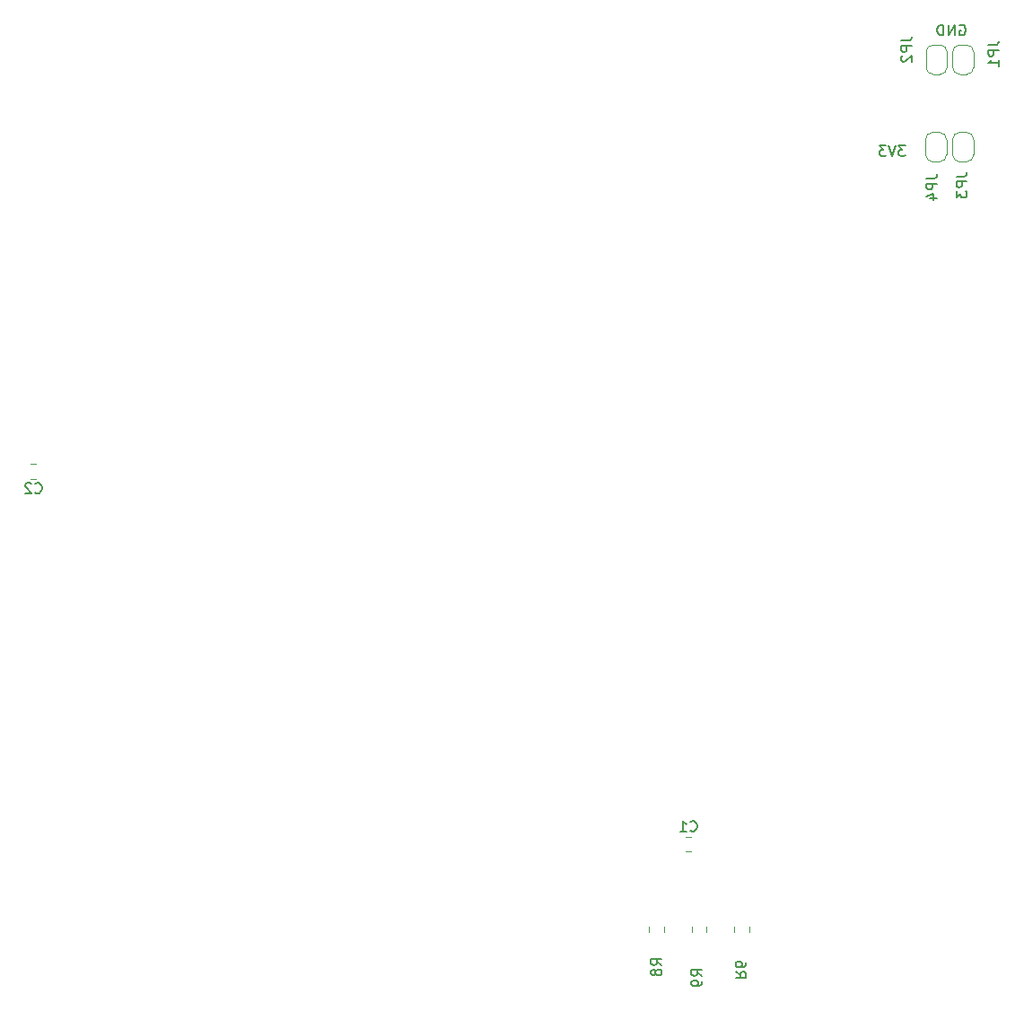
<source format=gbr>
G04 #@! TF.GenerationSoftware,KiCad,Pcbnew,5.1.5+dfsg1-2build2*
G04 #@! TF.CreationDate,2021-07-02T10:02:58+01:00*
G04 #@! TF.ProjectId,pak_breakout,70616b5f-6272-4656-916b-6f75742e6b69,rev?*
G04 #@! TF.SameCoordinates,Original*
G04 #@! TF.FileFunction,Legend,Bot*
G04 #@! TF.FilePolarity,Positive*
%FSLAX46Y46*%
G04 Gerber Fmt 4.6, Leading zero omitted, Abs format (unit mm)*
G04 Created by KiCad (PCBNEW 5.1.5+dfsg1-2build2) date 2021-07-02 10:02:58*
%MOMM*%
%LPD*%
G04 APERTURE LIST*
%ADD10C,0.150000*%
%ADD11C,0.120000*%
G04 APERTURE END LIST*
D10*
X420438095Y-198052380D02*
X419819047Y-198052380D01*
X420152380Y-198433333D01*
X420009523Y-198433333D01*
X419914285Y-198480952D01*
X419866666Y-198528571D01*
X419819047Y-198623809D01*
X419819047Y-198861904D01*
X419866666Y-198957142D01*
X419914285Y-199004761D01*
X420009523Y-199052380D01*
X420295238Y-199052380D01*
X420390476Y-199004761D01*
X420438095Y-198957142D01*
X419533333Y-198052380D02*
X419200000Y-199052380D01*
X418866666Y-198052380D01*
X418628571Y-198052380D02*
X418009523Y-198052380D01*
X418342857Y-198433333D01*
X418200000Y-198433333D01*
X418104761Y-198480952D01*
X418057142Y-198528571D01*
X418009523Y-198623809D01*
X418009523Y-198861904D01*
X418057142Y-198957142D01*
X418104761Y-199004761D01*
X418200000Y-199052380D01*
X418485714Y-199052380D01*
X418580952Y-199004761D01*
X418628571Y-198957142D01*
X425561904Y-186700000D02*
X425657142Y-186652380D01*
X425800000Y-186652380D01*
X425942857Y-186700000D01*
X426038095Y-186795238D01*
X426085714Y-186890476D01*
X426133333Y-187080952D01*
X426133333Y-187223809D01*
X426085714Y-187414285D01*
X426038095Y-187509523D01*
X425942857Y-187604761D01*
X425800000Y-187652380D01*
X425704761Y-187652380D01*
X425561904Y-187604761D01*
X425514285Y-187557142D01*
X425514285Y-187223809D01*
X425704761Y-187223809D01*
X425085714Y-187652380D02*
X425085714Y-186652380D01*
X424514285Y-187652380D01*
X424514285Y-186652380D01*
X424038095Y-187652380D02*
X424038095Y-186652380D01*
X423800000Y-186652380D01*
X423657142Y-186700000D01*
X423561904Y-186795238D01*
X423514285Y-186890476D01*
X423466666Y-187080952D01*
X423466666Y-187223809D01*
X423514285Y-187414285D01*
X423561904Y-187509523D01*
X423657142Y-187604761D01*
X423800000Y-187652380D01*
X424038095Y-187652380D01*
D11*
X337941422Y-228090000D02*
X338458578Y-228090000D01*
X337941422Y-229510000D02*
X338458578Y-229510000D01*
X424350000Y-198900000D02*
X424350000Y-197500000D01*
X423650000Y-196800000D02*
X423050000Y-196800000D01*
X422350000Y-197500000D02*
X422350000Y-198900000D01*
X423050000Y-199600000D02*
X423650000Y-199600000D01*
X423650000Y-199600000D02*
G75*
G03X424350000Y-198900000I0J700000D01*
G01*
X422350000Y-198900000D02*
G75*
G03X423050000Y-199600000I700000J0D01*
G01*
X423050000Y-196800000D02*
G75*
G03X422350000Y-197500000I0J-700000D01*
G01*
X424350000Y-197500000D02*
G75*
G03X423650000Y-196800000I-700000J0D01*
G01*
X424900000Y-197500000D02*
X424900000Y-198900000D01*
X425600000Y-199600000D02*
X426200000Y-199600000D01*
X426900000Y-198900000D02*
X426900000Y-197500000D01*
X426200000Y-196800000D02*
X425600000Y-196800000D01*
X425600000Y-196800000D02*
G75*
G03X424900000Y-197500000I0J-700000D01*
G01*
X426900000Y-197500000D02*
G75*
G03X426200000Y-196800000I-700000J0D01*
G01*
X426200000Y-199600000D02*
G75*
G03X426900000Y-198900000I0J700000D01*
G01*
X424900000Y-198900000D02*
G75*
G03X425600000Y-199600000I700000J0D01*
G01*
X424400000Y-190650000D02*
X424400000Y-189250000D01*
X423700000Y-188550000D02*
X423100000Y-188550000D01*
X422400000Y-189250000D02*
X422400000Y-190650000D01*
X423100000Y-191350000D02*
X423700000Y-191350000D01*
X423700000Y-191350000D02*
G75*
G03X424400000Y-190650000I0J700000D01*
G01*
X422400000Y-190650000D02*
G75*
G03X423100000Y-191350000I700000J0D01*
G01*
X423100000Y-188550000D02*
G75*
G03X422400000Y-189250000I0J-700000D01*
G01*
X424400000Y-189250000D02*
G75*
G03X423700000Y-188550000I-700000J0D01*
G01*
X426900000Y-190650000D02*
X426900000Y-189250000D01*
X426200000Y-188550000D02*
X425600000Y-188550000D01*
X424900000Y-189250000D02*
X424900000Y-190650000D01*
X425600000Y-191350000D02*
X426200000Y-191350000D01*
X426200000Y-191350000D02*
G75*
G03X426900000Y-190650000I0J700000D01*
G01*
X424900000Y-190650000D02*
G75*
G03X425600000Y-191350000I700000J0D01*
G01*
X425600000Y-188550000D02*
G75*
G03X424900000Y-189250000I0J-700000D01*
G01*
X426900000Y-189250000D02*
G75*
G03X426200000Y-188550000I-700000J0D01*
G01*
X401710000Y-271741422D02*
X401710000Y-272258578D01*
X400290000Y-271741422D02*
X400290000Y-272258578D01*
X396290000Y-272258578D02*
X396290000Y-271741422D01*
X397710000Y-272258578D02*
X397710000Y-271741422D01*
X404290000Y-272258578D02*
X404290000Y-271741422D01*
X405710000Y-272258578D02*
X405710000Y-271741422D01*
X400258578Y-264710000D02*
X399741422Y-264710000D01*
X400258578Y-263290000D02*
X399741422Y-263290000D01*
D10*
X338366666Y-230807142D02*
X338414285Y-230854761D01*
X338557142Y-230902380D01*
X338652380Y-230902380D01*
X338795238Y-230854761D01*
X338890476Y-230759523D01*
X338938095Y-230664285D01*
X338985714Y-230473809D01*
X338985714Y-230330952D01*
X338938095Y-230140476D01*
X338890476Y-230045238D01*
X338795238Y-229950000D01*
X338652380Y-229902380D01*
X338557142Y-229902380D01*
X338414285Y-229950000D01*
X338366666Y-229997619D01*
X337985714Y-229997619D02*
X337938095Y-229950000D01*
X337842857Y-229902380D01*
X337604761Y-229902380D01*
X337509523Y-229950000D01*
X337461904Y-229997619D01*
X337414285Y-230092857D01*
X337414285Y-230188095D01*
X337461904Y-230330952D01*
X338033333Y-230902380D01*
X337414285Y-230902380D01*
X422452380Y-201166666D02*
X423166666Y-201166666D01*
X423309523Y-201119047D01*
X423404761Y-201023809D01*
X423452380Y-200880952D01*
X423452380Y-200785714D01*
X423452380Y-201642857D02*
X422452380Y-201642857D01*
X422452380Y-202023809D01*
X422500000Y-202119047D01*
X422547619Y-202166666D01*
X422642857Y-202214285D01*
X422785714Y-202214285D01*
X422880952Y-202166666D01*
X422928571Y-202119047D01*
X422976190Y-202023809D01*
X422976190Y-201642857D01*
X422785714Y-203071428D02*
X423452380Y-203071428D01*
X422404761Y-202833333D02*
X423119047Y-202595238D01*
X423119047Y-203214285D01*
X425252380Y-200966666D02*
X425966666Y-200966666D01*
X426109523Y-200919047D01*
X426204761Y-200823809D01*
X426252380Y-200680952D01*
X426252380Y-200585714D01*
X426252380Y-201442857D02*
X425252380Y-201442857D01*
X425252380Y-201823809D01*
X425300000Y-201919047D01*
X425347619Y-201966666D01*
X425442857Y-202014285D01*
X425585714Y-202014285D01*
X425680952Y-201966666D01*
X425728571Y-201919047D01*
X425776190Y-201823809D01*
X425776190Y-201442857D01*
X425252380Y-202347619D02*
X425252380Y-202966666D01*
X425633333Y-202633333D01*
X425633333Y-202776190D01*
X425680952Y-202871428D01*
X425728571Y-202919047D01*
X425823809Y-202966666D01*
X426061904Y-202966666D01*
X426157142Y-202919047D01*
X426204761Y-202871428D01*
X426252380Y-202776190D01*
X426252380Y-202490476D01*
X426204761Y-202395238D01*
X426157142Y-202347619D01*
X420052380Y-188166666D02*
X420766666Y-188166666D01*
X420909523Y-188119047D01*
X421004761Y-188023809D01*
X421052380Y-187880952D01*
X421052380Y-187785714D01*
X421052380Y-188642857D02*
X420052380Y-188642857D01*
X420052380Y-189023809D01*
X420100000Y-189119047D01*
X420147619Y-189166666D01*
X420242857Y-189214285D01*
X420385714Y-189214285D01*
X420480952Y-189166666D01*
X420528571Y-189119047D01*
X420576190Y-189023809D01*
X420576190Y-188642857D01*
X420147619Y-189595238D02*
X420100000Y-189642857D01*
X420052380Y-189738095D01*
X420052380Y-189976190D01*
X420100000Y-190071428D01*
X420147619Y-190119047D01*
X420242857Y-190166666D01*
X420338095Y-190166666D01*
X420480952Y-190119047D01*
X421052380Y-189547619D01*
X421052380Y-190166666D01*
X428252380Y-188566666D02*
X428966666Y-188566666D01*
X429109523Y-188519047D01*
X429204761Y-188423809D01*
X429252380Y-188280952D01*
X429252380Y-188185714D01*
X429252380Y-189042857D02*
X428252380Y-189042857D01*
X428252380Y-189423809D01*
X428300000Y-189519047D01*
X428347619Y-189566666D01*
X428442857Y-189614285D01*
X428585714Y-189614285D01*
X428680952Y-189566666D01*
X428728571Y-189519047D01*
X428776190Y-189423809D01*
X428776190Y-189042857D01*
X429252380Y-190566666D02*
X429252380Y-189995238D01*
X429252380Y-190280952D02*
X428252380Y-190280952D01*
X428395238Y-190185714D01*
X428490476Y-190090476D01*
X428538095Y-189995238D01*
X401264380Y-276439333D02*
X400788190Y-276106000D01*
X401264380Y-275867904D02*
X400264380Y-275867904D01*
X400264380Y-276248857D01*
X400312000Y-276344095D01*
X400359619Y-276391714D01*
X400454857Y-276439333D01*
X400597714Y-276439333D01*
X400692952Y-276391714D01*
X400740571Y-276344095D01*
X400788190Y-276248857D01*
X400788190Y-275867904D01*
X401264380Y-276915523D02*
X401264380Y-277106000D01*
X401216761Y-277201238D01*
X401169142Y-277248857D01*
X401026285Y-277344095D01*
X400835809Y-277391714D01*
X400454857Y-277391714D01*
X400359619Y-277344095D01*
X400312000Y-277296476D01*
X400264380Y-277201238D01*
X400264380Y-277010761D01*
X400312000Y-276915523D01*
X400359619Y-276867904D01*
X400454857Y-276820285D01*
X400692952Y-276820285D01*
X400788190Y-276867904D01*
X400835809Y-276915523D01*
X400883428Y-277010761D01*
X400883428Y-277201238D01*
X400835809Y-277296476D01*
X400788190Y-277344095D01*
X400692952Y-277391714D01*
X397454380Y-275423333D02*
X396978190Y-275090000D01*
X397454380Y-274851904D02*
X396454380Y-274851904D01*
X396454380Y-275232857D01*
X396502000Y-275328095D01*
X396549619Y-275375714D01*
X396644857Y-275423333D01*
X396787714Y-275423333D01*
X396882952Y-275375714D01*
X396930571Y-275328095D01*
X396978190Y-275232857D01*
X396978190Y-274851904D01*
X396882952Y-275994761D02*
X396835333Y-275899523D01*
X396787714Y-275851904D01*
X396692476Y-275804285D01*
X396644857Y-275804285D01*
X396549619Y-275851904D01*
X396502000Y-275899523D01*
X396454380Y-275994761D01*
X396454380Y-276185238D01*
X396502000Y-276280476D01*
X396549619Y-276328095D01*
X396644857Y-276375714D01*
X396692476Y-276375714D01*
X396787714Y-276328095D01*
X396835333Y-276280476D01*
X396882952Y-276185238D01*
X396882952Y-275994761D01*
X396930571Y-275899523D01*
X396978190Y-275851904D01*
X397073428Y-275804285D01*
X397263904Y-275804285D01*
X397359142Y-275851904D01*
X397406761Y-275899523D01*
X397454380Y-275994761D01*
X397454380Y-276185238D01*
X397406761Y-276280476D01*
X397359142Y-276328095D01*
X397263904Y-276375714D01*
X397073428Y-276375714D01*
X396978190Y-276328095D01*
X396930571Y-276280476D01*
X396882952Y-276185238D01*
X404423619Y-276010666D02*
X404899809Y-276344000D01*
X404423619Y-276582095D02*
X405423619Y-276582095D01*
X405423619Y-276201142D01*
X405376000Y-276105904D01*
X405328380Y-276058285D01*
X405233142Y-276010666D01*
X405090285Y-276010666D01*
X404995047Y-276058285D01*
X404947428Y-276105904D01*
X404899809Y-276201142D01*
X404899809Y-276582095D01*
X405423619Y-275153523D02*
X405423619Y-275344000D01*
X405376000Y-275439238D01*
X405328380Y-275486857D01*
X405185523Y-275582095D01*
X404995047Y-275629714D01*
X404614095Y-275629714D01*
X404518857Y-275582095D01*
X404471238Y-275534476D01*
X404423619Y-275439238D01*
X404423619Y-275248761D01*
X404471238Y-275153523D01*
X404518857Y-275105904D01*
X404614095Y-275058285D01*
X404852190Y-275058285D01*
X404947428Y-275105904D01*
X404995047Y-275153523D01*
X405042666Y-275248761D01*
X405042666Y-275439238D01*
X404995047Y-275534476D01*
X404947428Y-275582095D01*
X404852190Y-275629714D01*
X400166666Y-262707142D02*
X400214285Y-262754761D01*
X400357142Y-262802380D01*
X400452380Y-262802380D01*
X400595238Y-262754761D01*
X400690476Y-262659523D01*
X400738095Y-262564285D01*
X400785714Y-262373809D01*
X400785714Y-262230952D01*
X400738095Y-262040476D01*
X400690476Y-261945238D01*
X400595238Y-261850000D01*
X400452380Y-261802380D01*
X400357142Y-261802380D01*
X400214285Y-261850000D01*
X400166666Y-261897619D01*
X399214285Y-262802380D02*
X399785714Y-262802380D01*
X399500000Y-262802380D02*
X399500000Y-261802380D01*
X399595238Y-261945238D01*
X399690476Y-262040476D01*
X399785714Y-262088095D01*
M02*

</source>
